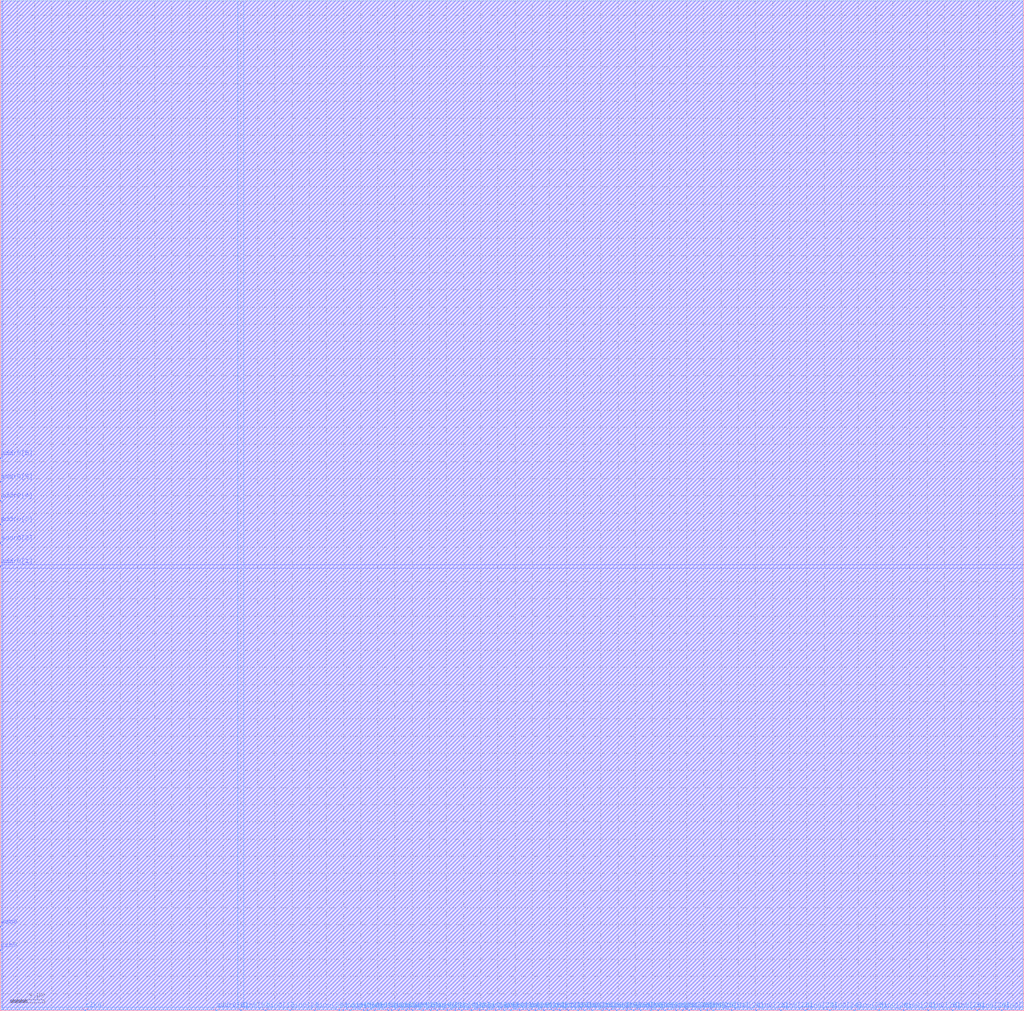
<source format=lef>
VERSION 5.4 ;
NAMESCASESENSITIVE ON ;
BUSBITCHARS "[]" ;
DIVIDERCHAR "/" ;
UNITS
  DATABASE MICRONS 2000 ;
END UNITS
MACRO sram_1rw0r0w_32_128_freepdk45
   CLASS BLOCK ;
   SIZE 119.29 BY 117.815 ;
   SYMMETRY X Y R90 ;
   PIN din0[0]
      DIRECTION INPUT ;
      PORT
         LAYER metal4 ;
         RECT  27.9825 0.0 28.1225 0.14 ;
      END
   END din0[0]
   PIN din0[1]
      DIRECTION INPUT ;
      PORT
         LAYER metal4 ;
         RECT  30.8425 0.0 30.9825 0.14 ;
      END
   END din0[1]
   PIN din0[2]
      DIRECTION INPUT ;
      PORT
         LAYER metal4 ;
         RECT  33.7025 0.0 33.8425 0.14 ;
      END
   END din0[2]
   PIN din0[3]
      DIRECTION INPUT ;
      PORT
         LAYER metal4 ;
         RECT  36.5625 0.0 36.7025 0.14 ;
      END
   END din0[3]
   PIN din0[4]
      DIRECTION INPUT ;
      PORT
         LAYER metal4 ;
         RECT  39.4225 0.0 39.5625 0.14 ;
      END
   END din0[4]
   PIN din0[5]
      DIRECTION INPUT ;
      PORT
         LAYER metal4 ;
         RECT  42.2825 0.0 42.4225 0.14 ;
      END
   END din0[5]
   PIN din0[6]
      DIRECTION INPUT ;
      PORT
         LAYER metal4 ;
         RECT  45.1425 0.0 45.2825 0.14 ;
      END
   END din0[6]
   PIN din0[7]
      DIRECTION INPUT ;
      PORT
         LAYER metal4 ;
         RECT  48.0025 0.0 48.1425 0.14 ;
      END
   END din0[7]
   PIN din0[8]
      DIRECTION INPUT ;
      PORT
         LAYER metal4 ;
         RECT  50.8625 0.0 51.0025 0.14 ;
      END
   END din0[8]
   PIN din0[9]
      DIRECTION INPUT ;
      PORT
         LAYER metal4 ;
         RECT  53.7225 0.0 53.8625 0.14 ;
      END
   END din0[9]
   PIN din0[10]
      DIRECTION INPUT ;
      PORT
         LAYER metal4 ;
         RECT  56.5825 0.0 56.7225 0.14 ;
      END
   END din0[10]
   PIN din0[11]
      DIRECTION INPUT ;
      PORT
         LAYER metal4 ;
         RECT  59.4425 0.0 59.5825 0.14 ;
      END
   END din0[11]
   PIN din0[12]
      DIRECTION INPUT ;
      PORT
         LAYER metal4 ;
         RECT  62.3025 0.0 62.4425 0.14 ;
      END
   END din0[12]
   PIN din0[13]
      DIRECTION INPUT ;
      PORT
         LAYER metal4 ;
         RECT  65.1625 0.0 65.3025 0.14 ;
      END
   END din0[13]
   PIN din0[14]
      DIRECTION INPUT ;
      PORT
         LAYER metal4 ;
         RECT  68.0225 0.0 68.1625 0.14 ;
      END
   END din0[14]
   PIN din0[15]
      DIRECTION INPUT ;
      PORT
         LAYER metal4 ;
         RECT  70.8825 0.0 71.0225 0.14 ;
      END
   END din0[15]
   PIN din0[16]
      DIRECTION INPUT ;
      PORT
         LAYER metal4 ;
         RECT  73.7425 0.0 73.8825 0.14 ;
      END
   END din0[16]
   PIN din0[17]
      DIRECTION INPUT ;
      PORT
         LAYER metal4 ;
         RECT  76.6025 0.0 76.7425 0.14 ;
      END
   END din0[17]
   PIN din0[18]
      DIRECTION INPUT ;
      PORT
         LAYER metal4 ;
         RECT  79.4625 0.0 79.6025 0.14 ;
      END
   END din0[18]
   PIN din0[19]
      DIRECTION INPUT ;
      PORT
         LAYER metal4 ;
         RECT  82.3225 0.0 82.4625 0.14 ;
      END
   END din0[19]
   PIN din0[20]
      DIRECTION INPUT ;
      PORT
         LAYER metal4 ;
         RECT  85.1825 0.0 85.3225 0.14 ;
      END
   END din0[20]
   PIN din0[21]
      DIRECTION INPUT ;
      PORT
         LAYER metal4 ;
         RECT  88.0425 0.0 88.1825 0.14 ;
      END
   END din0[21]
   PIN din0[22]
      DIRECTION INPUT ;
      PORT
         LAYER metal4 ;
         RECT  90.9025 0.0 91.0425 0.14 ;
      END
   END din0[22]
   PIN din0[23]
      DIRECTION INPUT ;
      PORT
         LAYER metal4 ;
         RECT  93.7625 0.0 93.9025 0.14 ;
      END
   END din0[23]
   PIN din0[24]
      DIRECTION INPUT ;
      PORT
         LAYER metal4 ;
         RECT  96.6225 0.0 96.7625 0.14 ;
      END
   END din0[24]
   PIN din0[25]
      DIRECTION INPUT ;
      PORT
         LAYER metal4 ;
         RECT  99.4825 0.0 99.6225 0.14 ;
      END
   END din0[25]
   PIN din0[26]
      DIRECTION INPUT ;
      PORT
         LAYER metal4 ;
         RECT  102.3425 0.0 102.4825 0.14 ;
      END
   END din0[26]
   PIN din0[27]
      DIRECTION INPUT ;
      PORT
         LAYER metal4 ;
         RECT  105.2025 0.0 105.3425 0.14 ;
      END
   END din0[27]
   PIN din0[28]
      DIRECTION INPUT ;
      PORT
         LAYER metal4 ;
         RECT  108.0625 0.0 108.2025 0.14 ;
      END
   END din0[28]
   PIN din0[29]
      DIRECTION INPUT ;
      PORT
         LAYER metal4 ;
         RECT  110.9225 0.0 111.0625 0.14 ;
      END
   END din0[29]
   PIN din0[30]
      DIRECTION INPUT ;
      PORT
         LAYER metal4 ;
         RECT  113.7825 0.0 113.9225 0.14 ;
      END
   END din0[30]
   PIN din0[31]
      DIRECTION INPUT ;
      PORT
         LAYER metal4 ;
         RECT  116.6425 0.0 116.7825 0.14 ;
      END
   END din0[31]
   PIN addr0[0]
      DIRECTION INPUT ;
      PORT
         LAYER metal4 ;
         RECT  25.1225 0.0 25.2625 0.14 ;
      END
   END addr0[0]
   PIN addr0[1]
      DIRECTION INPUT ;
      PORT
         LAYER metal3 ;
         RECT  0.0 51.7 0.14 51.84 ;
      END
   END addr0[1]
   PIN addr0[2]
      DIRECTION INPUT ;
      PORT
         LAYER metal3 ;
         RECT  0.0 54.43 0.14 54.57 ;
      END
   END addr0[2]
   PIN addr0[3]
      DIRECTION INPUT ;
      PORT
         LAYER metal3 ;
         RECT  0.0 56.64 0.14 56.78 ;
      END
   END addr0[3]
   PIN addr0[4]
      DIRECTION INPUT ;
      PORT
         LAYER metal3 ;
         RECT  0.0 59.37 0.14 59.51 ;
      END
   END addr0[4]
   PIN addr0[5]
      DIRECTION INPUT ;
      PORT
         LAYER metal3 ;
         RECT  0.0 61.58 0.14 61.72 ;
      END
   END addr0[5]
   PIN addr0[6]
      DIRECTION INPUT ;
      PORT
         LAYER metal3 ;
         RECT  0.0 64.31 0.14 64.45 ;
      END
   END addr0[6]
   PIN csb0
      DIRECTION INPUT ;
      PORT
         LAYER metal3 ;
         RECT  0.0 6.98 0.14 7.12 ;
      END
   END csb0
   PIN web0
      DIRECTION INPUT ;
      PORT
         LAYER metal3 ;
         RECT  0.0 9.71 0.14 9.85 ;
      END
   END web0
   PIN clk0
      DIRECTION INPUT ;
      PORT
         LAYER metal4 ;
         RECT  9.84 0.0 9.98 0.14 ;
      END
   END clk0
   PIN dout0[0]
      DIRECTION OUTPUT ;
      PORT
         LAYER metal4 ;
         RECT  39.905 0.0 40.045 0.14 ;
      END
   END dout0[0]
   PIN dout0[1]
      DIRECTION OUTPUT ;
      PORT
         LAYER metal4 ;
         RECT  40.7425 0.0 40.8825 0.14 ;
      END
   END dout0[1]
   PIN dout0[2]
      DIRECTION OUTPUT ;
      PORT
         LAYER metal4 ;
         RECT  42.725 0.0 42.865 0.14 ;
      END
   END dout0[2]
   PIN dout0[3]
      DIRECTION OUTPUT ;
      PORT
         LAYER metal4 ;
         RECT  43.5625 0.0 43.7025 0.14 ;
      END
   END dout0[3]
   PIN dout0[4]
      DIRECTION OUTPUT ;
      PORT
         LAYER metal4 ;
         RECT  45.545 0.0 45.685 0.14 ;
      END
   END dout0[4]
   PIN dout0[5]
      DIRECTION OUTPUT ;
      PORT
         LAYER metal4 ;
         RECT  46.3825 0.0 46.5225 0.14 ;
      END
   END dout0[5]
   PIN dout0[6]
      DIRECTION OUTPUT ;
      PORT
         LAYER metal4 ;
         RECT  47.245 0.0 47.385 0.14 ;
      END
   END dout0[6]
   PIN dout0[7]
      DIRECTION OUTPUT ;
      PORT
         LAYER metal4 ;
         RECT  49.2025 0.0 49.3425 0.14 ;
      END
   END dout0[7]
   PIN dout0[8]
      DIRECTION OUTPUT ;
      PORT
         LAYER metal4 ;
         RECT  50.105 0.0 50.245 0.14 ;
      END
   END dout0[8]
   PIN dout0[9]
      DIRECTION OUTPUT ;
      PORT
         LAYER metal4 ;
         RECT  52.0225 0.0 52.1625 0.14 ;
      END
   END dout0[9]
   PIN dout0[10]
      DIRECTION OUTPUT ;
      PORT
         LAYER metal4 ;
         RECT  52.965 0.0 53.105 0.14 ;
      END
   END dout0[10]
   PIN dout0[11]
      DIRECTION OUTPUT ;
      PORT
         LAYER metal4 ;
         RECT  54.8425 0.0 54.9825 0.14 ;
      END
   END dout0[11]
   PIN dout0[12]
      DIRECTION OUTPUT ;
      PORT
         LAYER metal4 ;
         RECT  55.825 0.0 55.965 0.14 ;
      END
   END dout0[12]
   PIN dout0[13]
      DIRECTION OUTPUT ;
      PORT
         LAYER metal4 ;
         RECT  57.6625 0.0 57.8025 0.14 ;
      END
   END dout0[13]
   PIN dout0[14]
      DIRECTION OUTPUT ;
      PORT
         LAYER metal4 ;
         RECT  58.685 0.0 58.825 0.14 ;
      END
   END dout0[14]
   PIN dout0[15]
      DIRECTION OUTPUT ;
      PORT
         LAYER metal4 ;
         RECT  60.4825 0.0 60.6225 0.14 ;
      END
   END dout0[15]
   PIN dout0[16]
      DIRECTION OUTPUT ;
      PORT
         LAYER metal4 ;
         RECT  61.545 0.0 61.685 0.14 ;
      END
   END dout0[16]
   PIN dout0[17]
      DIRECTION OUTPUT ;
      PORT
         LAYER metal4 ;
         RECT  63.3025 0.0 63.4425 0.14 ;
      END
   END dout0[17]
   PIN dout0[18]
      DIRECTION OUTPUT ;
      PORT
         LAYER metal4 ;
         RECT  64.405 0.0 64.545 0.14 ;
      END
   END dout0[18]
   PIN dout0[19]
      DIRECTION OUTPUT ;
      PORT
         LAYER metal4 ;
         RECT  66.1225 0.0 66.2625 0.14 ;
      END
   END dout0[19]
   PIN dout0[20]
      DIRECTION OUTPUT ;
      PORT
         LAYER metal4 ;
         RECT  67.265 0.0 67.405 0.14 ;
      END
   END dout0[20]
   PIN dout0[21]
      DIRECTION OUTPUT ;
      PORT
         LAYER metal4 ;
         RECT  68.9425 0.0 69.0825 0.14 ;
      END
   END dout0[21]
   PIN dout0[22]
      DIRECTION OUTPUT ;
      PORT
         LAYER metal4 ;
         RECT  70.1175 0.0 70.2575 0.14 ;
      END
   END dout0[22]
   PIN dout0[23]
      DIRECTION OUTPUT ;
      PORT
         LAYER metal4 ;
         RECT  71.7625 0.0 71.9025 0.14 ;
      END
   END dout0[23]
   PIN dout0[24]
      DIRECTION OUTPUT ;
      PORT
         LAYER metal4 ;
         RECT  72.9375 0.0 73.0775 0.14 ;
      END
   END dout0[24]
   PIN dout0[25]
      DIRECTION OUTPUT ;
      PORT
         LAYER metal4 ;
         RECT  74.5825 0.0 74.7225 0.14 ;
      END
   END dout0[25]
   PIN dout0[26]
      DIRECTION OUTPUT ;
      PORT
         LAYER metal4 ;
         RECT  75.7575 0.0 75.8975 0.14 ;
      END
   END dout0[26]
   PIN dout0[27]
      DIRECTION OUTPUT ;
      PORT
         LAYER metal4 ;
         RECT  77.4025 0.0 77.5425 0.14 ;
      END
   END dout0[27]
   PIN dout0[28]
      DIRECTION OUTPUT ;
      PORT
         LAYER metal4 ;
         RECT  78.705 0.0 78.845 0.14 ;
      END
   END dout0[28]
   PIN dout0[29]
      DIRECTION OUTPUT ;
      PORT
         LAYER metal4 ;
         RECT  80.2225 0.0 80.3625 0.14 ;
      END
   END dout0[29]
   PIN dout0[30]
      DIRECTION OUTPUT ;
      PORT
         LAYER metal4 ;
         RECT  81.565 0.0 81.705 0.14 ;
      END
   END dout0[30]
   PIN dout0[31]
      DIRECTION OUTPUT ;
      PORT
         LAYER metal4 ;
         RECT  83.0425 0.0 83.1825 0.14 ;
      END
   END dout0[31]
   PIN vdd
      DIRECTION INOUT ;
      USE POWER ; 
      SHAPE ABUTMENT ; 
      PORT
      END
   END vdd
   PIN gnd
      DIRECTION INOUT ;
      USE GROUND ; 
      SHAPE ABUTMENT ; 
      PORT
      END
   END gnd
   OBS
   LAYER  metal1 ;
      RECT  0.14 0.14 119.15 117.675 ;
   LAYER  metal2 ;
      RECT  0.14 0.14 119.15 117.675 ;
   LAYER  metal3 ;
      RECT  0.28 0.14 119.15 51.56 ;
      RECT  0.28 51.56 119.15 51.98 ;
      RECT  0.28 51.98 119.15 117.675 ;
      RECT  0.14 51.98 0.28 54.29 ;
      RECT  0.14 54.71 0.28 56.5 ;
      RECT  0.14 56.92 0.28 59.23 ;
      RECT  0.14 59.65 0.28 61.44 ;
      RECT  0.14 61.86 0.28 64.17 ;
      RECT  0.14 64.59 0.28 117.675 ;
      RECT  0.14 0.14 0.28 6.84 ;
      RECT  0.14 7.26 0.28 9.57 ;
      RECT  0.14 9.99 0.28 51.56 ;
   LAYER  metal4 ;
      RECT  0.14 0.42 27.7025 117.675 ;
      RECT  27.7025 0.42 28.4025 117.675 ;
      RECT  28.4025 0.42 119.15 117.675 ;
      RECT  28.4025 0.14 30.5625 0.42 ;
      RECT  31.2625 0.14 33.4225 0.42 ;
      RECT  34.1225 0.14 36.2825 0.42 ;
      RECT  36.9825 0.14 39.1425 0.42 ;
      RECT  85.6025 0.14 87.7625 0.42 ;
      RECT  88.4625 0.14 90.6225 0.42 ;
      RECT  91.3225 0.14 93.4825 0.42 ;
      RECT  94.1825 0.14 96.3425 0.42 ;
      RECT  97.0425 0.14 99.2025 0.42 ;
      RECT  99.9025 0.14 102.0625 0.42 ;
      RECT  102.7625 0.14 104.9225 0.42 ;
      RECT  105.6225 0.14 107.7825 0.42 ;
      RECT  108.4825 0.14 110.6425 0.42 ;
      RECT  111.3425 0.14 113.5025 0.42 ;
      RECT  114.2025 0.14 116.3625 0.42 ;
      RECT  117.0625 0.14 119.15 0.42 ;
      RECT  25.5425 0.14 27.7025 0.42 ;
      RECT  0.14 0.14 9.56 0.42 ;
      RECT  10.26 0.14 24.8425 0.42 ;
      RECT  40.325 0.14 40.4625 0.42 ;
      RECT  41.1625 0.14 42.0025 0.42 ;
      RECT  43.145 0.14 43.2825 0.42 ;
      RECT  43.9825 0.14 44.8625 0.42 ;
      RECT  45.965 0.14 46.1025 0.42 ;
      RECT  46.8025 0.14 46.965 0.42 ;
      RECT  47.665 0.14 47.7225 0.42 ;
      RECT  48.4225 0.14 48.9225 0.42 ;
      RECT  49.6225 0.14 49.825 0.42 ;
      RECT  50.525 0.14 50.5825 0.42 ;
      RECT  51.2825 0.14 51.7425 0.42 ;
      RECT  52.4425 0.14 52.685 0.42 ;
      RECT  53.385 0.14 53.4425 0.42 ;
      RECT  54.1425 0.14 54.5625 0.42 ;
      RECT  55.2625 0.14 55.545 0.42 ;
      RECT  56.245 0.14 56.3025 0.42 ;
      RECT  57.0025 0.14 57.3825 0.42 ;
      RECT  58.0825 0.14 58.405 0.42 ;
      RECT  59.105 0.14 59.1625 0.42 ;
      RECT  59.8625 0.14 60.2025 0.42 ;
      RECT  60.9025 0.14 61.265 0.42 ;
      RECT  61.965 0.14 62.0225 0.42 ;
      RECT  62.7225 0.14 63.0225 0.42 ;
      RECT  63.7225 0.14 64.125 0.42 ;
      RECT  64.825 0.14 64.8825 0.42 ;
      RECT  65.5825 0.14 65.8425 0.42 ;
      RECT  66.5425 0.14 66.985 0.42 ;
      RECT  67.685 0.14 67.7425 0.42 ;
      RECT  68.4425 0.14 68.6625 0.42 ;
      RECT  69.3625 0.14 69.8375 0.42 ;
      RECT  70.5375 0.14 70.6025 0.42 ;
      RECT  71.3025 0.14 71.4825 0.42 ;
      RECT  72.1825 0.14 72.6575 0.42 ;
      RECT  73.3575 0.14 73.4625 0.42 ;
      RECT  74.1625 0.14 74.3025 0.42 ;
      RECT  75.0025 0.14 75.4775 0.42 ;
      RECT  76.1775 0.14 76.3225 0.42 ;
      RECT  77.0225 0.14 77.1225 0.42 ;
      RECT  77.8225 0.14 78.425 0.42 ;
      RECT  79.125 0.14 79.1825 0.42 ;
      RECT  79.8825 0.14 79.9425 0.42 ;
      RECT  80.6425 0.14 81.285 0.42 ;
      RECT  81.985 0.14 82.0425 0.42 ;
      RECT  82.7425 0.14 82.7625 0.42 ;
      RECT  83.4625 0.14 84.9025 0.42 ;
   END
END    sram_1rw0r0w_32_128_freepdk45
END    LIBRARY

</source>
